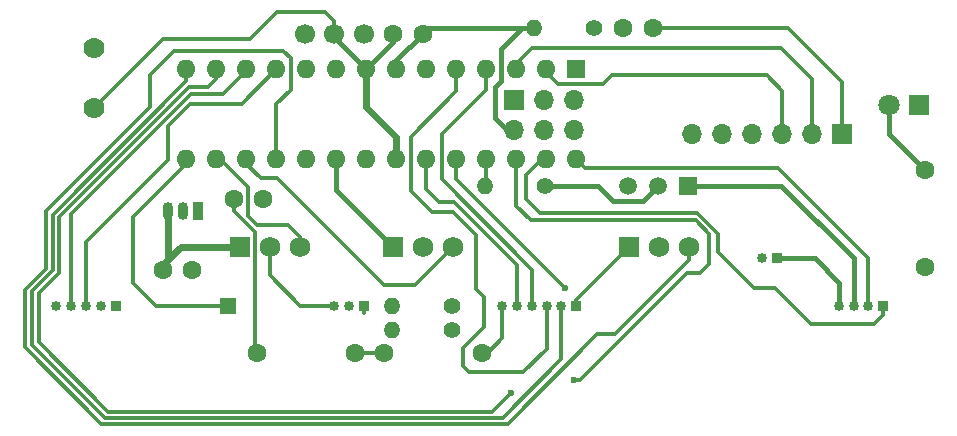
<source format=gbl>
G04 #@! TF.FileFunction,Copper,L2,Bot,Signal*
%FSLAX46Y46*%
G04 Gerber Fmt 4.6, Leading zero omitted, Abs format (unit mm)*
G04 Created by KiCad (PCBNEW 4.0.7) date 06/15/19 11:15:53*
%MOMM*%
%LPD*%
G01*
G04 APERTURE LIST*
%ADD10C,0.100000*%
%ADD11R,0.850000X0.850000*%
%ADD12C,0.850000*%
%ADD13R,1.700000X1.700000*%
%ADD14O,1.700000X1.700000*%
%ADD15C,1.400000*%
%ADD16O,1.400000X1.400000*%
%ADD17C,1.750000*%
%ADD18R,1.750000X1.750000*%
%ADD19C,1.778000*%
%ADD20R,1.600000X1.600000*%
%ADD21O,1.600000X1.600000*%
%ADD22C,1.600000*%
%ADD23C,1.700000*%
%ADD24R,1.800000X1.800000*%
%ADD25C,1.800000*%
%ADD26O,0.900000X1.500000*%
%ADD27R,0.900000X1.500000*%
%ADD28R,1.350000X1.350000*%
%ADD29C,1.520000*%
%ADD30R,1.520000X1.520000*%
%ADD31C,0.600000*%
%ADD32C,0.406400*%
%ADD33C,0.304800*%
%ADD34C,0.609600*%
G04 APERTURE END LIST*
D10*
D11*
X205998000Y-112365000D03*
D12*
X204748000Y-112365000D03*
X203498000Y-112365000D03*
X202248000Y-112365000D03*
D13*
X202498000Y-97865000D03*
D14*
X199958000Y-97865000D03*
X197418000Y-97865000D03*
X194878000Y-97865000D03*
X192338000Y-97865000D03*
X189798000Y-97865000D03*
D15*
X169505000Y-112395000D03*
D16*
X164425000Y-112395000D03*
D17*
X156578000Y-107365000D03*
X154038000Y-107365000D03*
D18*
X151498000Y-107365000D03*
D19*
X139192000Y-95631000D03*
X139192000Y-90551000D03*
D20*
X179998000Y-92365000D03*
D21*
X146978000Y-99985000D03*
X177458000Y-92365000D03*
X149518000Y-99985000D03*
X174918000Y-92365000D03*
X152058000Y-99985000D03*
X172378000Y-92365000D03*
X154598000Y-99985000D03*
X169838000Y-92365000D03*
X157138000Y-99985000D03*
X167298000Y-92365000D03*
X159678000Y-99985000D03*
X164758000Y-92365000D03*
X162218000Y-99985000D03*
X162218000Y-92365000D03*
X164758000Y-99985000D03*
X159678000Y-92365000D03*
X167298000Y-99985000D03*
X157138000Y-92365000D03*
X169838000Y-99985000D03*
X154598000Y-92365000D03*
X172378000Y-99985000D03*
X152058000Y-92365000D03*
X174918000Y-99985000D03*
X149518000Y-92365000D03*
X177458000Y-99985000D03*
X146978000Y-92365000D03*
X179998000Y-99985000D03*
D22*
X161248000Y-116365000D03*
X152998000Y-116365000D03*
D23*
X156998000Y-89365000D03*
X159498000Y-89365000D03*
X161998000Y-89365000D03*
D22*
X150998000Y-103365000D03*
X153498000Y-103365000D03*
X144998000Y-109365000D03*
X147498000Y-109365000D03*
D24*
X208998000Y-95365000D03*
D25*
X206458000Y-95365000D03*
D11*
X196998000Y-108365000D03*
D12*
X195748000Y-108365000D03*
D26*
X146728000Y-104365000D03*
X145458000Y-104365000D03*
D27*
X147998000Y-104365000D03*
D22*
X166998000Y-89365000D03*
X164498000Y-89365000D03*
X163748000Y-116365000D03*
X171998000Y-116365000D03*
X209498000Y-109115000D03*
X209498000Y-100865000D03*
X186498000Y-88865000D03*
X183998000Y-88865000D03*
D15*
X181498000Y-88865000D03*
D16*
X176418000Y-88865000D03*
D17*
X169578000Y-107365000D03*
X167038000Y-107365000D03*
D18*
X164498000Y-107365000D03*
D17*
X189578000Y-107365000D03*
X187038000Y-107365000D03*
D18*
X184498000Y-107365000D03*
D15*
X169505000Y-114427000D03*
D16*
X164425000Y-114427000D03*
D11*
X161998000Y-112365000D03*
D12*
X160748000Y-112365000D03*
X159498000Y-112365000D03*
D28*
X150498000Y-112365000D03*
D11*
X140998000Y-112365000D03*
D12*
X139748000Y-112365000D03*
X138498000Y-112365000D03*
X137248000Y-112365000D03*
X135998000Y-112365000D03*
D11*
X179998000Y-112365000D03*
D12*
X178748000Y-112365000D03*
X177498000Y-112365000D03*
X176248000Y-112365000D03*
X174998000Y-112365000D03*
X173748000Y-112365000D03*
D29*
X186944000Y-102235000D03*
X184404000Y-102235000D03*
D30*
X189484000Y-102235000D03*
D15*
X177379000Y-102235000D03*
D16*
X172299000Y-102235000D03*
D13*
X174752000Y-94996000D03*
D14*
X174752000Y-97536000D03*
X177292000Y-94996000D03*
X177292000Y-97536000D03*
X179832000Y-94996000D03*
X179832000Y-97536000D03*
D31*
X179070000Y-110871000D03*
X179798000Y-118665000D03*
X174498000Y-119761000D03*
D32*
X202248000Y-112365000D02*
X202248000Y-110427000D01*
X200186000Y-108365000D02*
X196998000Y-108365000D01*
X202248000Y-110427000D02*
X200186000Y-108365000D01*
D33*
X159498000Y-89365000D02*
X159498000Y-88251000D01*
X145034000Y-89789000D02*
X139192000Y-95631000D01*
X152400000Y-89789000D02*
X145034000Y-89789000D01*
X154686000Y-87503000D02*
X152400000Y-89789000D01*
X158750000Y-87503000D02*
X154686000Y-87503000D01*
X159498000Y-88251000D02*
X158750000Y-87503000D01*
X154038000Y-107365000D02*
X154038000Y-109805000D01*
X156598000Y-112365000D02*
X159498000Y-112365000D01*
X154038000Y-109805000D02*
X156598000Y-112365000D01*
X171998000Y-116365000D02*
X172498000Y-116365000D01*
X172498000Y-116365000D02*
X173748000Y-115115000D01*
X173748000Y-115115000D02*
X173748000Y-112365000D01*
D34*
X153498000Y-103365000D02*
X153298000Y-103365000D01*
X162218000Y-92365000D02*
X162218000Y-95585000D01*
X164758000Y-98125000D02*
X164758000Y-99985000D01*
X162218000Y-95585000D02*
X164758000Y-98125000D01*
D32*
X159498000Y-89365000D02*
X159498000Y-89645000D01*
X159498000Y-89645000D02*
X162218000Y-92365000D01*
X164498000Y-89365000D02*
X164498000Y-90085000D01*
X164498000Y-90085000D02*
X162218000Y-92365000D01*
D33*
X167298000Y-99985000D02*
X167298000Y-102528000D01*
X174998000Y-108958000D02*
X174998000Y-112365000D01*
X169672000Y-103632000D02*
X174998000Y-108958000D01*
X168402000Y-103632000D02*
X169672000Y-103632000D01*
X167298000Y-102528000D02*
X168402000Y-103632000D01*
X169838000Y-99985000D02*
X169838000Y-101639000D01*
X169838000Y-101639000D02*
X179070000Y-110871000D01*
X161998000Y-112957000D02*
X161998000Y-112365000D01*
X172378000Y-99985000D02*
X172378000Y-102156000D01*
X172378000Y-102156000D02*
X172299000Y-102235000D01*
X176145802Y-105156000D02*
X190119000Y-105156000D01*
X174918000Y-103928198D02*
X176145802Y-105156000D01*
X188849000Y-110109000D02*
X180293000Y-118665000D01*
X180293000Y-118665000D02*
X179798000Y-118665000D01*
X174918000Y-103928198D02*
X174918000Y-99985000D01*
X189357000Y-109601000D02*
X188849000Y-110109000D01*
X190500000Y-109601000D02*
X189357000Y-109601000D01*
X191262000Y-108839000D02*
X190500000Y-109601000D01*
X191262000Y-106299000D02*
X191262000Y-108839000D01*
X190119000Y-105156000D02*
X191262000Y-106299000D01*
X161248000Y-116365000D02*
X163748000Y-116365000D01*
X201549000Y-113919000D02*
X199898000Y-113919000D01*
X201549000Y-113919000D02*
X205232000Y-113919000D01*
X205232000Y-113919000D02*
X205998000Y-113153000D01*
X205998000Y-112365000D02*
X205998000Y-113153000D01*
X192024000Y-106299000D02*
X190246000Y-104521000D01*
X192024000Y-107823000D02*
X192024000Y-106299000D01*
X195072000Y-110871000D02*
X192024000Y-107823000D01*
X196850000Y-110871000D02*
X195072000Y-110871000D01*
X199898000Y-113919000D02*
X196850000Y-110871000D01*
X177458000Y-99985000D02*
X177129000Y-99985000D01*
X177129000Y-99985000D02*
X175768000Y-101346000D01*
X176911000Y-104521000D02*
X190246000Y-104521000D01*
X175768000Y-103378000D02*
X176911000Y-104521000D01*
X175768000Y-101346000D02*
X175768000Y-103378000D01*
X204748000Y-112365000D02*
X204748000Y-108355000D01*
X180724000Y-100711000D02*
X179998000Y-99985000D01*
X197104000Y-100711000D02*
X180724000Y-100711000D01*
X204748000Y-108355000D02*
X197104000Y-100711000D01*
X146978000Y-99985000D02*
X146978000Y-100385000D01*
X146978000Y-100385000D02*
X142498000Y-104865000D01*
X142498000Y-104865000D02*
X142498000Y-110465000D01*
X142498000Y-110465000D02*
X144398000Y-112365000D01*
X144398000Y-112365000D02*
X150498000Y-112365000D01*
X146978000Y-92365000D02*
X146978000Y-93385000D01*
X178748000Y-116915000D02*
X178748000Y-112365000D01*
X173793198Y-121869802D02*
X178748000Y-116915000D01*
X140102802Y-121869802D02*
X173793198Y-121869802D01*
X133898000Y-115665000D02*
X140102802Y-121869802D01*
X133898000Y-111151102D02*
X133898000Y-115665000D01*
X135693198Y-109355904D02*
X133898000Y-111151102D01*
X135693198Y-104669802D02*
X135693198Y-109355904D01*
X146978000Y-93385000D02*
X135693198Y-104669802D01*
X153598000Y-121357000D02*
X172902000Y-121357000D01*
X140390000Y-121357000D02*
X153598000Y-121357000D01*
X172902000Y-121357000D02*
X174498000Y-119761000D01*
X147998000Y-93865000D02*
X148832000Y-93865000D01*
X140398000Y-121365000D02*
X140390000Y-121357000D01*
X140390000Y-121357000D02*
X134498000Y-115465000D01*
X134498000Y-111265000D02*
X134498000Y-115465000D01*
X136198000Y-109565000D02*
X134498000Y-111265000D01*
X136198000Y-105465000D02*
X136198000Y-109565000D01*
X136198000Y-104878898D02*
X136198000Y-105465000D01*
X147998000Y-93865000D02*
X147211898Y-93865000D01*
X147211898Y-93865000D02*
X136198000Y-104878898D01*
X149518000Y-93179000D02*
X149518000Y-92365000D01*
X148832000Y-93865000D02*
X149518000Y-93179000D01*
X149518000Y-92365000D02*
X149498000Y-92365000D01*
X152058000Y-92365000D02*
X152058000Y-92505000D01*
X152058000Y-92505000D02*
X150098000Y-94465000D01*
X150098000Y-94465000D02*
X147398000Y-94465000D01*
X147398000Y-94465000D02*
X137248000Y-104615000D01*
X137248000Y-104615000D02*
X137248000Y-109115000D01*
X137248000Y-112365000D02*
X137248000Y-109115000D01*
X154598000Y-92365000D02*
X151698000Y-95265000D01*
X138498000Y-106965000D02*
X138498000Y-112365000D01*
X145398000Y-100065000D02*
X138498000Y-106965000D01*
X145398000Y-97178898D02*
X145398000Y-100065000D01*
X147311898Y-95265000D02*
X145398000Y-97178898D01*
X151698000Y-95265000D02*
X147311898Y-95265000D01*
X171498000Y-107823000D02*
X171498000Y-110919000D01*
X177498000Y-115999000D02*
X177498000Y-112365000D01*
X175514000Y-117983000D02*
X177498000Y-115999000D01*
X170942000Y-117983000D02*
X175514000Y-117983000D01*
X170434000Y-117475000D02*
X170942000Y-117983000D01*
X170434000Y-115951000D02*
X170434000Y-117475000D01*
X172212000Y-114173000D02*
X170434000Y-115951000D01*
X172212000Y-111633000D02*
X172212000Y-114173000D01*
X171498000Y-110919000D02*
X172212000Y-111633000D01*
X169198000Y-104465000D02*
X169598000Y-104465000D01*
X171498000Y-106365000D02*
X171498000Y-107823000D01*
X171498000Y-107823000D02*
X171498000Y-107865000D01*
X169598000Y-104465000D02*
X171498000Y-106365000D01*
X165998000Y-101265000D02*
X165998000Y-102665000D01*
X167798000Y-104465000D02*
X169198000Y-104465000D01*
X165998000Y-102665000D02*
X167798000Y-104465000D01*
X165998000Y-101265000D02*
X165998000Y-98065000D01*
X165998000Y-98065000D02*
X169838000Y-94225000D01*
X169838000Y-92365000D02*
X169838000Y-94225000D01*
D32*
X169838000Y-92365000D02*
X169838000Y-92705000D01*
D33*
X168598000Y-97865000D02*
X168598000Y-101669000D01*
X172378000Y-94085000D02*
X168598000Y-97865000D01*
X172378000Y-92365000D02*
X172378000Y-94085000D01*
X176248000Y-109319000D02*
X176248000Y-112365000D01*
X168598000Y-101669000D02*
X176248000Y-109319000D01*
X154598000Y-99985000D02*
X154598000Y-95338000D01*
X143891000Y-92837000D02*
X143891000Y-95572000D01*
X145923000Y-90805000D02*
X143891000Y-92837000D01*
X155194000Y-90805000D02*
X145923000Y-90805000D01*
X155829000Y-91440000D02*
X155194000Y-90805000D01*
X155829000Y-94107000D02*
X155829000Y-91440000D01*
X154598000Y-95338000D02*
X155829000Y-94107000D01*
X189578000Y-107365000D02*
X189578000Y-108485000D01*
X135104949Y-104358051D02*
X143891000Y-95572000D01*
X135098000Y-109237204D02*
X135104949Y-104358051D01*
X133298000Y-111037204D02*
X135098000Y-109237204D01*
X133298000Y-115865000D02*
X133298000Y-111037204D01*
X139807604Y-122374604D02*
X133298000Y-115865000D01*
X174188396Y-122374604D02*
X139807604Y-122374604D01*
X181798000Y-114765000D02*
X174188396Y-122374604D01*
X183298000Y-114765000D02*
X181798000Y-114765000D01*
X189578000Y-108485000D02*
X183298000Y-114765000D01*
D32*
X174752000Y-97536000D02*
X174117000Y-97536000D01*
X174117000Y-97536000D02*
X173101000Y-96520000D01*
X173609000Y-90678000D02*
X175422000Y-88865000D01*
X173609000Y-93345000D02*
X173609000Y-90678000D01*
X173101000Y-93853000D02*
X173609000Y-93345000D01*
X173101000Y-96520000D02*
X173101000Y-93853000D01*
D34*
X144998000Y-109365000D02*
X144998000Y-108875000D01*
X144998000Y-108875000D02*
X146508000Y-107365000D01*
X146508000Y-107365000D02*
X151498000Y-107365000D01*
D32*
X176418000Y-88865000D02*
X175422000Y-88865000D01*
X175422000Y-88865000D02*
X167498000Y-88865000D01*
X167498000Y-88865000D02*
X166998000Y-89365000D01*
X164758000Y-92365000D02*
X164758000Y-91605000D01*
X164758000Y-91605000D02*
X166998000Y-89365000D01*
D33*
X163998000Y-107865000D02*
X164498000Y-107365000D01*
D32*
X159678000Y-99985000D02*
X159678000Y-102545000D01*
X159678000Y-102545000D02*
X164498000Y-107365000D01*
D33*
X179998000Y-112365000D02*
X179998000Y-111865000D01*
X179998000Y-111865000D02*
X184498000Y-107365000D01*
D34*
X144998000Y-109365000D02*
X144998000Y-108865000D01*
X144998000Y-108865000D02*
X145458000Y-108405000D01*
X145458000Y-108405000D02*
X145458000Y-104365000D01*
D32*
X206458000Y-95365000D02*
X206458000Y-97825000D01*
X206458000Y-97825000D02*
X208998000Y-100365000D01*
D33*
X152058000Y-99985000D02*
X152058000Y-100369000D01*
X152058000Y-100369000D02*
X153289000Y-101600000D01*
X166326000Y-110617000D02*
X169578000Y-107365000D01*
X163703000Y-110617000D02*
X166326000Y-110617000D01*
X154686000Y-101600000D02*
X163703000Y-110617000D01*
X153289000Y-101600000D02*
X154686000Y-101600000D01*
X169578000Y-107365000D02*
X169578000Y-107345000D01*
X152058000Y-99505000D02*
X152058000Y-99985000D01*
X149518000Y-99985000D02*
X149818000Y-99985000D01*
X149818000Y-99985000D02*
X152198000Y-102365000D01*
X152198000Y-102365000D02*
X152198000Y-104765000D01*
X152198000Y-104765000D02*
X152998000Y-105565000D01*
X152998000Y-105565000D02*
X155598000Y-105565000D01*
X155598000Y-105565000D02*
X156578000Y-106545000D01*
X156578000Y-106545000D02*
X156578000Y-107365000D01*
X177458000Y-92365000D02*
X177458000Y-92622000D01*
X177458000Y-92622000D02*
X178435000Y-93599000D01*
X196116000Y-92865000D02*
X197418000Y-94167000D01*
X197418000Y-94167000D02*
X197418000Y-97865000D01*
X182998000Y-92865000D02*
X192498000Y-92865000D01*
X192498000Y-92865000D02*
X196116000Y-92865000D01*
X182264000Y-93599000D02*
X182998000Y-92865000D01*
X178435000Y-93599000D02*
X182264000Y-93599000D01*
X177458000Y-92365000D02*
X177458000Y-92825000D01*
X174918000Y-92365000D02*
X174918000Y-91909000D01*
X174918000Y-91909000D02*
X176276000Y-90551000D01*
X199958000Y-93151000D02*
X199958000Y-97865000D01*
X197358000Y-90551000D02*
X199958000Y-93151000D01*
X176276000Y-90551000D02*
X197358000Y-90551000D01*
X174918000Y-92365000D02*
X174918000Y-92785000D01*
D32*
X174918000Y-92365000D02*
X174918000Y-91945000D01*
D33*
X150998000Y-103365000D02*
X150998000Y-104389000D01*
X152781000Y-106172000D02*
X152781000Y-116148000D01*
X150998000Y-104389000D02*
X152781000Y-106172000D01*
X152781000Y-116148000D02*
X152998000Y-116365000D01*
X150998000Y-103365000D02*
X150998000Y-103965000D01*
X186498000Y-88865000D02*
X197958000Y-88865000D01*
X202498000Y-93405000D02*
X202498000Y-97865000D01*
X197958000Y-88865000D02*
X202498000Y-93405000D01*
D32*
X189484000Y-102235000D02*
X197358000Y-102235000D01*
X197358000Y-102235000D02*
X203498000Y-108375000D01*
X203498000Y-108375000D02*
X203498000Y-112365000D01*
X186944000Y-102235000D02*
X185674000Y-103505000D01*
X181864000Y-102235000D02*
X177379000Y-102235000D01*
X183134000Y-103505000D02*
X181864000Y-102235000D01*
X185674000Y-103505000D02*
X183134000Y-103505000D01*
D33*
X177379000Y-102235000D02*
X177673000Y-102235000D01*
M02*

</source>
